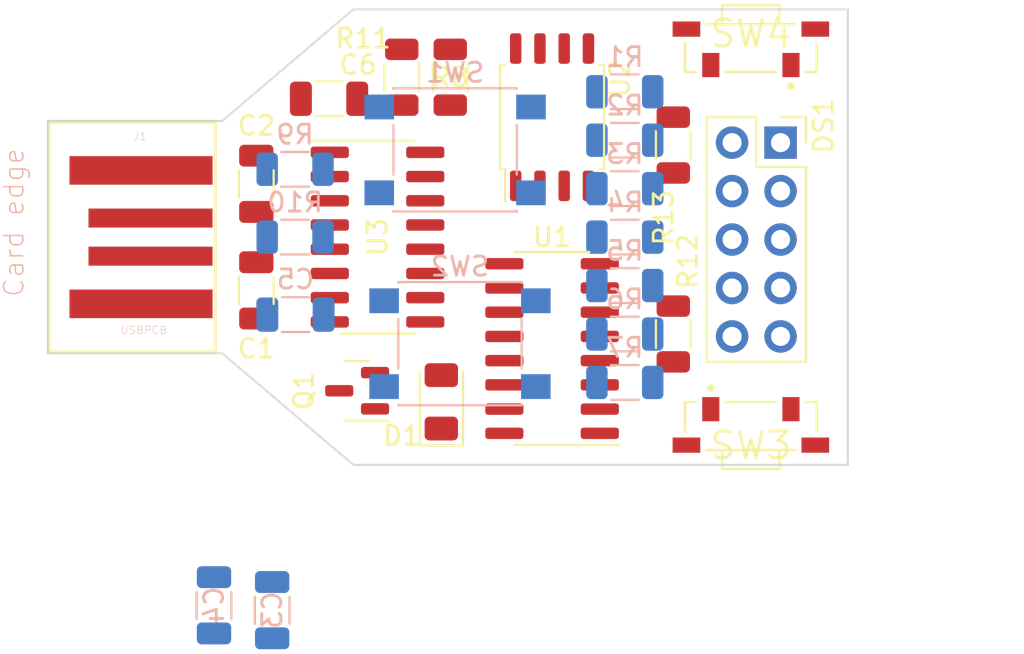
<source format=kicad_pcb>
(kicad_pcb (version 20211014) (generator pcbnew)
  (layers (0 "F.Cu" signal) (31 "B.Cu" signal) (34 "B.Paste" user) (35 "F.Paste" user) (36 "B.SilkS" user "B.Silkscreen") (37 "F.SilkS" user "F.Silkscreen") (38 "B.Mask" user) (39 "F.Mask" user) (44 "Edge.Cuts" user))
  (net 0 "")
  (net 1 "VCC")
  (net 2 "GND")
  (net 3 "VBUS")
  (net 4 "RESET")
  (net 5 "Net-(D1-Pad1)")
  (net 6 "P3.6")
  (net 7 "Net-(Q1-Pad1)")
  (net 8 "Net-(R1-Pad1)")
  (net 9 "Net-(DS1-Pad7)")
  (net 10 "Net-(R2-Pad1)")
  (net 11 "Net-(DS1-Pad9)")
  (net 12 "Net-(R3-Pad1)")
  (net 13 "Net-(DS1-Pad2)")
  (net 14 "Net-(R4-Pad1)")
  (net 15 "Net-(DS1-Pad3)")
  (net 16 "Net-(R5-Pad1)")
  (net 17 "Net-(DS1-Pad4)")
  (net 18 "Net-(R6-Pad1)")
  (net 19 "Net-(DS1-Pad1)")
  (net 20 "Net-(R7-Pad1)")
  (net 21 "Net-(DS1-Pad5)")
  (net 22 "Net-(R8-Pad1)")
  (net 23 "Net-(R9-Pad2)")
  (net 24 "Net-(R10-Pad2)")
  (net 25 "P1.4")
  (net 26 "P1.1")
  (net 27 "P3.2")
  (net 29 "P1.7")
  (net 30 "P3.3")
  (net 31 "P1.5")
  (net 32 "P1.6")
  (net 33 "P3.1")
  (net 34 "P3.0")
  (net 35 "P3.4")
  (net 36 "P3.7")
  (footprint "libraries:SW_TL3330AF130QG" (layer "F.Cu") (at 154.94 81.534 180)
    (fp_text reference "SW4" (at 0 0.762) (layer "F.SilkS") (effects (font (size 1.4 1.4))))
    (fp_text value "BUTTON_B")
    (fp_line (start 1.5 1.25) (end 2.3365 1.25) (layer "F.SilkS") (width 0.127))
    (fp_line (start -1.5 2.25) (end 1.5 2.25) (layer "F.SilkS") (width 0.127))
    (fp_line (start 1.5 2.25) (end 1.5 1.25) (layer "F.SilkS") (width 0.127))
    (fp_line (start -1.5 1.25) (end -1.5 2.25) (layer "F.SilkS") (width 0.127))
    (fp_line (start 2.8635 -1.25) (end 3.45 -1.25) (layer "F.SilkS") (width 0.127))
    (fp_line (start -2.8635 -1.25) (end -3.45 -1.25) (layer "F.SilkS") (width 0.127))
    (fp_line (start -3.45 -1.25) (end -3.45 0.2865) (layer "F.SilkS") (width 0.127))
    (fp_line (start -2.3365 1.25) (end -1.5 1.25) (layer "F.SilkS") (width 0.127))
    (fp_line (start -1.5 1.25) (end 1.5 1.25) (layer "F.SilkS") (width 0.127))
    (fp_line (start 3.45 -1.25) (end 3.45 0.2865) (layer "F.SilkS") (width 0.127))
    (fp_line (start -1.3365 -1.25) (end 1.3365 -1.25) (layer "F.SilkS") (width 0.127))
    (fp_circle (center -2.1 -2) (end -2 -2) (layer "F.SilkS") (width 0.2) (fill none))
    (pad "1" smd rect locked (at -2.1 -0.885 180) (size 0.9 1.27) (layers "F.Cu" "F.Paste" "F.Mask") (net 27 "P3.2"))
    (pad "2" smd rect locked (at 2.1 -0.885 180) (size 0.9 1.27) (layers "F.Cu" "F.Paste" "F.Mask") (net 27 "P3.2"))
    (pad "S1" smd rect locked (at -3.375 1 180) (size 1.45 0.8) (layers "F.Cu" "F.Paste" "F.Mask"))
    (pad "S2" smd rect locked (at 3.375 1 180) (size 1.45 0.8) (layers "F.Cu" "F.Paste" "F.Mask"))
  )
  (footprint "libraries:Display_2531AB" (layer "F.Cu") (at 155.48 85.852)
    (fp_text reference "DS1" (at 3.27 -0.254 270) (layer "F.SilkS"))
    (fp_text value "NET-2531AB-11")
    (fp_line (start 1.016 -0.695) (end 2.346 -0.695) (layer "F.SilkS") (width 0.12))
    (fp_line (start -2.854 -0.695) (end -2.854 12.125) (layer "F.SilkS") (width 0.12))
    (fp_line (start -2.854 -0.695) (end -0.254 -0.695) (layer "F.SilkS") (width 0.12))
    (fp_line (start -2.854 12.125) (end 2.346 12.125) (layer "F.SilkS") (width 0.12))
    (fp_line (start -0.254 -0.695) (end -0.254 1.905) (layer "F.SilkS") (width 0.12))
    (fp_line (start -0.254 1.905) (end 2.346 1.905) (layer "F.SilkS") (width 0.12))
    (fp_line (start 2.346 1.905) (end 2.346 12.125) (layer "F.SilkS") (width 0.12))
    (fp_line (start 2.346 -0.695) (end 2.346 0.635) (layer "F.SilkS") (width 0.12))
    (pad "1" thru_hole rect (at 1.016 0.635) (size 1.7 1.7) (drill 1) (layers *.Cu *.Mask) (net 19 "Net-(DS1-Pad1)"))
    (pad "2" thru_hole oval (at -1.524 0.635) (size 1.7 1.7) (drill 1) (layers *.Cu *.Mask) (net 13 "Net-(DS1-Pad2)"))
    (pad "3" thru_hole oval (at 1.016 3.175) (size 1.7 1.7) (drill 1) (layers *.Cu *.Mask) (net 15 "Net-(DS1-Pad3)"))
    (pad "4" thru_hole oval (at -1.524 3.175) (size 1.7 1.7) (drill 1) (layers *.Cu *.Mask) (net 17 "Net-(DS1-Pad4)"))
    (pad "5" thru_hole oval (at 1.016 5.715) (size 1.7 1.7) (drill 1) (layers *.Cu *.Mask) (net 21 "Net-(DS1-Pad5)"))
    (pad "6" thru_hole oval (at -1.524 5.715) (size 1.7 1.7) (drill 1) (layers *.Cu *.Mask) (net 35 "P3.4"))
    (pad "7" thru_hole oval (at 1.016 8.255) (size 1.7 1.7) (drill 1) (layers *.Cu *.Mask) (net 9 "Net-(DS1-Pad7)"))
    (pad "8" thru_hole oval (at -1.524 8.255) (size 1.7 1.7) (drill 1) (layers *.Cu *.Mask) (net 34 "P3.0"))
    (pad "9" thru_hole oval (at 1.016 10.795) (size 1.7 1.7) (drill 1) (layers *.Cu *.Mask) (net 11 "Net-(DS1-Pad9)"))
    (pad "10" thru_hole oval (at -1.524 10.795) (size 1.7 1.7) (drill 1) (layers *.Cu *.Mask) (net 33 "P3.1"))
  )
  (footprint "Capacitor_SMD:C_1206_3216Metric" (layer "F.Cu") (at 129.032 88.646 -90)
    (fp_text reference "C2" (at -3.048 0 180) (layer "F.SilkS"))
    (fp_text value "0.1uF")
    (fp_line (start -0.711252 0.91) (end 0.711252 0.91) (layer "F.SilkS") (width 0.12))
    (fp_line (start -0.711252 -0.91) (end 0.711252 -0.91) (layer "F.SilkS") (width 0.12))
    (pad "1" smd roundrect (at -1.475 0 270) (size 1.15 1.8) (layers "F.Cu" "F.Paste" "F.Mask") (roundrect_rratio 0.217391) (net 1 "VCC"))
    (pad "2" smd roundrect (at 1.475 0 270) (size 1.15 1.8) (layers "F.Cu" "F.Paste" "F.Mask") (roundrect_rratio 0.217391) (net 2 "GND"))
  )
  (footprint "Resistor_SMD:R_1206_3216Metric" (layer "F.Cu") (at 150.876 86.614 90)
    (fp_text reference "R13" (at -3.81 -0.508 270) (layer "F.SilkS"))
    (fp_text value "10K")
    (fp_line (start -0.727064 -0.91) (end 0.727064 -0.91) (layer "F.SilkS") (width 0.12))
    (fp_line (start -0.727064 0.91) (end 0.727064 0.91) (layer "F.SilkS") (width 0.12))
    (pad "1" smd roundrect (at -1.4625 0 90) (size 1.125 1.75) (layers "F.Cu" "F.Paste" "F.Mask") (roundrect_rratio 0.222222) (net 2 "GND"))
    (pad "2" smd roundrect (at 1.4625 0 90) (size 1.125 1.75) (layers "F.Cu" "F.Paste" "F.Mask") (roundrect_rratio 0.222222) (net 27 "P3.2"))
  )
  (footprint "Capacitor_SMD:C_1206_3216Metric" (layer "F.Cu") (at 132.842 84.188 180)
    (fp_text reference "C6" (at -1.524 1.778) (layer "F.SilkS"))
    (fp_text value "0.1uF")
    (fp_line (start -0.711252 0.91) (end 0.711252 0.91) (layer "F.SilkS") (width 0.12))
    (fp_line (start -0.711252 -0.91) (end 0.711252 -0.91) (layer "F.SilkS") (width 0.12))
    (pad "1" smd roundrect (at -1.475 0 180) (size 1.15 1.8) (layers "F.Cu" "F.Paste" "F.Mask") (roundrect_rratio 0.217391) (net 2 "GND"))
    (pad "2" smd roundrect (at 1.475 0 180) (size 1.15 1.8) (layers "F.Cu" "F.Paste" "F.Mask") (roundrect_rratio 0.217391) (net 1 "VCC"))
  )
  (footprint "Package_SO:SOIC-8_5.23x5.23mm_P1.27mm" (layer "F.Cu") (at 144.526 85.154 90)
    (fp_text reference "U2" (at 2.032 3.556 90) (layer "F.SilkS"))
    (fp_text value "W25Q32JVSS")
    (fp_line (start 0 2.725) (end 2.725 2.725) (layer "F.SilkS") (width 0.12))
    (fp_line (start -2.725 2.725) (end -2.725 2.465) (layer "F.SilkS") (width 0.12))
    (fp_line (start 0 -2.725) (end 2.725 -2.725) (layer "F.SilkS") (width 0.12))
    (fp_line (start 0 -2.725) (end -2.725 -2.725) (layer "F.SilkS") (width 0.12))
    (fp_line (start 0 2.725) (end -2.725 2.725) (layer "F.SilkS") (width 0.12))
    (fp_line (start -2.725 -2.725) (end -2.725 -2.465) (layer "F.SilkS") (width 0.12))
    (fp_line (start -2.725 -2.465) (end -4.4 -2.465) (layer "F.SilkS") (width 0.12))
    (fp_line (start 2.725 -2.725) (end 2.725 -2.465) (layer "F.SilkS") (width 0.12))
    (fp_line (start 2.725 2.725) (end 2.725 2.465) (layer "F.SilkS") (width 0.12))
    (pad "1" smd roundrect (at -3.6 -1.905 90) (size 1.6 0.6) (layers "F.Cu" "F.Paste" "F.Mask") (net 25 "P1.4"))
    (pad "2" smd roundrect (at -3.6 -0.635 90) (size 1.6 0.6) (layers "F.Cu" "F.Paste" "F.Mask") (net 32 "P1.6"))
    (pad "3" smd roundrect (at -3.6 0.635 90) (size 1.6 0.6) (layers "F.Cu" "F.Paste" "F.Mask") (net 1 "VCC"))
    (pad "4" smd roundrect (at -3.6 1.905 90) (size 1.6 0.6) (layers "F.Cu" "F.Paste" "F.Mask") (net 2 "GND"))
    (pad "5" smd roundrect (at 3.6 1.905 90) (size 1.6 0.6) (layers "F.Cu" "F.Paste" "F.Mask") (net 31 "P1.5"))
    (pad "6" smd roundrect (at 3.6 0.635 90) (size 1.6 0.6) (layers "F.Cu" "F.Paste" "F.Mask") (net 29 "P1.7"))
    (pad "7" smd roundrect (at 3.6 -0.635 90) (size 1.6 0.6) (layers "F.Cu" "F.Paste" "F.Mask") (net 1 "VCC"))
    (pad "8" smd roundrect (at 3.6 -1.905 90) (size 1.6 0.6) (layers "F.Cu" "F.Paste" "F.Mask") (net 1 "VCC"))
  )
  (footprint "Resistor_SMD:R_1206_3216Metric" (layer "F.Cu") (at 139.192 83.058 -90)
    (fp_text reference "R8" (at 0 0 180) (layer "F.SilkS"))
    (fp_text value "1K")
    (fp_line (start -0.727064 0.91) (end 0.727064 0.91) (layer "F.SilkS") (width 0.12))
    (fp_line (start -0.727064 -0.91) (end 0.727064 -0.91) (layer "F.SilkS") (width 0.12))
    (pad "1" smd roundrect (at -1.4625 0 270) (size 1.125 1.75) (layers "F.Cu" "F.Paste" "F.Mask") (roundrect_rratio 0.222222) (net 22 "Net-(R8-Pad1)"))
    (pad "2" smd roundrect (at 1.4625 0 270) (size 1.125 1.75) (layers "F.Cu" "F.Paste" "F.Mask") (roundrect_rratio 0.222222) (net 7 "Net-(Q1-Pad1)"))
  )
  (footprint "libraries:USB-A-PCB" (layer "F.Cu") (at 123.19 91.44)
    (fp_text reference "J1" (at -0.254 -5.2832) (layer "B.SilkS") (effects (font (size 0.4064 0.4064) (thickness 0.0254))))
    (fp_text value "USBPCB" (at -0.0508 4.8768) (layer "B.SilkS") (effects (font (size 0.4064 0.4064) (thickness 0.0254))))
    (fp_text user "Card edge" (at -6.858 -0.762 90) (layer "B.SilkS") (effects (font (size 1.016 1.016) (thickness 0.0762))))
    (fp_line (start -4.99872 -5.99948) (end 3.69824 -5.99948) (layer "F.SilkS") (width 0.127))
    (fp_line (start -4.99872 5.99948) (end -4.99872 -5.99948) (layer "F.SilkS") (width 0.127))
    (fp_line (start 3.69824 5.99948) (end -4.99872 5.99948) (layer "F.SilkS") (width 0.127))
    (fp_line (start 3.69824 -5.99948) (end 3.69824 5.99948) (layer "F.SilkS") (width 0.127))
    (pad "5V" smd rect (at -0.19812 3.49758) (size 7.49808 1.4986) (layers "F.Cu" "F.Paste" "F.Mask") (net 3 "VBUS"))
    (pad "GND" smd rect (at -0.19812 -3.49758) (size 7.49808 1.4986) (layers "F.Cu" "F.Paste" "F.Mask") (net 2 "GND"))
    (pad "USB_DC" smd rect (at 0.29972 0.99822) (size 6.49986 0.99822) (layers "F.Cu" "F.Paste" "F.Mask") (net 36 "P3.7"))
    (pad "USB_DP" smd rect (at 0.29972 -0.99822) (size 6.49986 0.99822) (layers "F.Cu" "F.Paste" "F.Mask") (net 6 "P3.6"))
  )
  (footprint "Capacitor_SMD:C_1206_3216Metric" (layer "F.Cu") (at 129.032 94.234 -90)
    (fp_text reference "C1" (at 3.048 0) (layer "F.SilkS"))
    (fp_text value "0.1uF")
    (fp_line (start -0.711252 -0.91) (end 0.711252 -0.91) (layer "F.SilkS") (width 0.12))
    (fp_line (start -0.711252 0.91) (end 0.711252 0.91) (layer "F.SilkS") (width 0.12))
    (pad "1" smd roundrect (at -1.475 0 270) (size 1.15 1.8) (layers "F.Cu" "F.Paste" "F.Mask") (roundrect_rratio 0.217391) (net 1 "VCC"))
    (pad "2" smd roundrect (at 1.475 0 270) (size 1.15 1.8) (layers "F.Cu" "F.Paste" "F.Mask") (roundrect_rratio 0.217391) (net 2 "GND"))
  )
  (footprint "Resistor_SMD:R_1206_3216Metric" (layer "F.Cu") (at 150.876 96.52 -90)
    (fp_text reference "R12" (at -3.81 -0.762 -90) (layer "F.SilkS"))
    (fp_text value "10K")
    (fp_line (start -0.727064 0.91) (end 0.727064 0.91) (layer "F.SilkS") (width 0.12))
    (fp_line (start -0.727064 -0.91) (end 0.727064 -0.91) (layer "F.SilkS") (width 0.12))
    (pad "1" smd roundrect (at -1.4625 0 270) (size 1.125 1.75) (layers "F.Cu" "F.Paste" "F.Mask") (roundrect_rratio 0.222222) (net 2 "GND"))
    (pad "2" smd roundrect (at 1.4625 0 270) (size 1.125 1.75) (layers "F.Cu" "F.Paste" "F.Mask") (roundrect_rratio 0.222222) (net 26 "P1.1"))
  )
  (footprint "libraries:SW_TL3330AF130QG" (layer "F.Cu") (at 154.94 101.346)
    (fp_text reference "SW3" (at 0 1.016) (layer "F.SilkS") (effects (font (size 1.4 1.4))))
    (fp_text value "BUTTON_A")
    (fp_line (start -3.45 -1.25) (end -3.45 0.2865) (layer "F.SilkS") (width 0.127))
    (fp_line (start 1.5 2.25) (end 1.5 1.25) (layer "F.SilkS") (width 0.127))
    (fp_line (start -1.5 2.25) (end 1.5 2.25) (layer "F.SilkS") (width 0.127))
    (fp_line (start 1.5 1.25) (end 2.3365 1.25) (layer "F.SilkS") (width 0.127))
    (fp_line (start -1.3365 -1.25) (end 1.3365 -1.25) (layer "F.SilkS") (width 0.127))
    (fp_line (start -2.8635 -1.25) (end -3.45 -1.25) (layer "F.SilkS") (width 0.127))
    (fp_line (start 2.8635 -1.25) (end 3.45 -1.25) (layer "F.SilkS") (width 0.127))
    (fp_line (start -1.5 1.25) (end 1.5 1.25) (layer "F.SilkS") (width 0.127))
    (fp_line (start -2.3365 1.25) (end -1.5 1.25) (layer "F.SilkS") (width 0.127))
    (fp_line (start 3.45 -1.25) (end 3.45 0.2865) (layer "F.SilkS") (width 0.127))
    (fp_line (start -1.5 1.25) (end -1.5 2.25) (layer "F.SilkS") (width 0.127))
    (fp_circle (center -2.1 -2) (end -2 -2) (layer "F.SilkS") (width 0.2) (fill none))
    (pad "1" smd rect locked (at -2.1 -0.885) (size 0.9 1.27) (layers "F.Cu" "F.Paste" "F.Mask") (net 26 "P1.1"))
    (pad "2" smd rect locked (at 2.1 -0.885) (size 0.9 1.27) (layers "F.Cu" "F.Paste" "F.Mask") (net 26 "P1.1"))
    (pad "S1" smd rect locked (at -3.375 1) (size 1.45 0.8) (layers "F.Cu" "F.Paste" "F.Mask"))
    (pad "S2" smd rect locked (at 3.375 1) (size 1.45 0.8) (layers "F.Cu" "F.Paste" "F.Mask"))
  )
  (footprint "Package_SO:SOP-16_3.9x9.9mm_P1.27mm" (layer "F.Cu") (at 135.382 91.44)
    (fp_text reference "U3" (at 0 0 270) (layer "F.SilkS"))
    (fp_text value "CH552G")
    (fp_line (start 0 5.06) (end -1.95 5.06) (layer "F.SilkS") (width 0.12))
    (fp_line (start 0 -5.06) (end -3.5 -5.06) (layer "F.SilkS") (width 0.12))
    (fp_line (start 0 -5.06) (end 1.95 -5.06) (layer "F.SilkS") (width 0.12))
    (fp_line (start 0 5.06) (end 1.95 5.06) (layer "F.SilkS") (width 0.12))
    (pad "1" smd roundrect (at -2.5 -4.445) (size 2 0.6) (layers "F.Cu" "F.Paste" "F.Mask") (net 27 "P3.2"))
    (pad "2" smd roundrect (at -2.5 -3.175) (size 2 0.6) (layers "F.Cu" "F.Paste" "F.Mask") (net 25 "P1.4"))
    (pad "3" smd roundrect (at -2.5 -1.905) (size 2 0.6) (layers "F.Cu" "F.Paste" "F.Mask") (net 31 "P1.5"))
    (pad "4" smd roundrect (at -2.5 -0.635) (size 2 0.6) (layers "F.Cu" "F.Paste" "F.Mask") (net 32 "P1.6"))
    (pad "5" smd roundrect (at -2.5 0.635) (size 2 0.6) (layers "F.Cu" "F.Paste" "F.Mask") (net 29 "P1.7"))
    (pad "6" smd roundrect (at -2.5 1.905) (size 2 0.6) (layers "F.Cu" "F.Paste" "F.Mask") (net 4 "RESET"))
    (pad "7" smd roundrect (at -2.5 3.175) (size 2 0.6) (layers "F.Cu" "F.Paste" "F.Mask") (net 33 "P3.1"))
    (pad "8" smd roundrect (at -2.5 4.445) (size 2 0.6) (layers "F.Cu" "F.Paste" "F.Mask") (net 34 "P3.0"))
    (pad "9" smd roundrect (at 2.5 4.445) (size 2 0.6) (layers "F.Cu" "F.Paste" "F.Mask") (net 26 "P1.1"))
    (pad "10" smd roundrect (at 2.5 3.175) (size 2 0.6) (layers "F.Cu" "F.Paste" "F.Mask") (net 30 "P3.3"))
    (pad "11" smd roundrect (at 2.5 1.905) (size 2 0.6) (layers "F.Cu" "F.Paste" "F.Mask") (net 35 "P3.4"))
    (pad "12" smd roundrect (at 2.5 0.635) (size 2 0.6) (layers "F.Cu" "F.Paste" "F.Mask") (net 6 "P3.6"))
    (pad "13" smd roundrect (at 2.5 -0.635) (size 2 0.6) (layers "F.Cu" "F.Paste" "F.Mask") (net 36 "P3.7"))
    (pad "14" smd roundrect (at 2.5 -1.905) (size 2 0.6) (layers "F.Cu" "F.Paste" "F.Mask") (net 2 "GND"))
    (pad "15" smd roundrect (at 2.5 -3.175) (size 2 0.6) (layers "F.Cu" "F.Paste" "F.Mask") (net 3 "VBUS"))
    (pad "16" smd roundrect (at 2.5 -4.445) (size 2 0.6) (layers "F.Cu" "F.Paste" "F.Mask") (net 1 "VCC"))
  )
  (footprint "Resistor_SMD:R_1206_3216Metric" (layer "F.Cu") (at 136.652 83.058 90)
    (fp_text reference "R11" (at 2.032 -2.032 180) (layer "F.SilkS"))
    (fp_text value "4.7K")
    (fp_line (start -0.727064 -0.91) (end 0.727064 -0.91) (layer "F.SilkS") (width 0.12))
    (fp_line (start -0.727064 0.91) (end 0.727064 0.91) (layer "F.SilkS") (width 0.12))
    (pad "1" smd roundrect (at -1.4625 0 90) (size 1.125 1.75) (layers "F.Cu" "F.Paste" "F.Mask") (roundrect_rratio 0.222222) (net 1 "VCC"))
    (pad "2" smd roundrect (at 1.4625 0 90) (size 1.125 1.75) (layers "F.Cu" "F.Paste" "F.Mask") (roundrect_rratio 0.222222) (net 25 "P1.4"))
  )
  (footprint "Package_SO:SOP-16_3.9x9.9mm_P1.27mm" (layer "F.Cu") (at 144.526 97.282 180)
    (fp_text reference "U1" (at 0 5.842) (layer "F.SilkS"))
    (fp_text value "74HC595")
    (fp_line (start 0 -5.06) (end 1.95 -5.06) (layer "F.SilkS") (width 0.12))
    (fp_line (start 0 5.06) (end 1.95 5.06) (layer "F.SilkS") (width 0.12))
    (fp_line (start 0 5.06) (end -1.95 5.06) (layer "F.SilkS") (width 0.12))
    (fp_line (start 0 -5.06) (end -3.5 -5.06) (layer "F.SilkS") (width 0.12))
    (pad "1" smd roundrect (at -2.5 -4.445 180) (size 2 0.6) (layers "F.Cu" "F.Paste" "F.Mask") (net 10 "Net-(R2-Pad1)"))
    (pad "2" smd roundrect (at -2.5 -3.175 180) (size 2 0.6) (layers "F.Cu" "F.Paste" "F.Mask") (net 12 "Net-(R3-Pad1)"))
    (pad "3" smd roundrect (at -2.5 -1.905 180) (size 2 0.6) (layers "F.Cu" "F.Paste" "F.Mask") (net 14 "Net-(R4-Pad1)"))
    (pad "4" smd roundrect (at -2.5 -0.635 180) (size 2 0.6) (layers "F.Cu" "F.Paste" "F.Mask") (net 16 "Net-(R5-Pad1)"))
    (pad "5" smd roundrect (at -2.5 0.635 180) (size 2 0.6) (layers "F.Cu" "F.Paste" "F.Mask") (net 18 "Net-(R6-Pad1)"))
    (pad "6" smd roundrect (at -2.5 1.905 180) (size 2 0.6) (layers "F.Cu" "F.Paste" "F.Mask") (net 20 "Net-(R7-Pad1)"))
    (pad "7" smd roundrect (at -2.5 3.175 180) (size 2 0.6) (layers "F.Cu" "F.Paste" "F.Mask") (net 22 "Net-(R8-Pad1)"))
    (pad "8" smd roundrect (at -2.5 4.445 180) (size 2 0.6) (layers "F.Cu" "F.Paste" "F.Mask") (net 2 "GND"))
    (pad "9" smd roundrect (at 2.5 4.445 180) (size 2 0.6) (layers "F.Cu" "F.Paste" "F.Mask"))
    (pad "10" smd roundrect (at 2.5 3.175 180) (size 2 0.6) (layers "F.Cu" "F.Paste" "F.Mask") (net 1 "VCC"))
    (pad "11" smd roundrect (at 2.5 1.905 180) (size 2 0.6) (layers "F.Cu" "F.Paste" "F.Mask") (net 29 "P1.7"))
    (pad "12" smd roundrect (at 2.5 0.635 180) (size 2 0.6) (layers "F.Cu" "F.Paste" "F.Mask") (net 30 "P3.3"))
    (pad "13" smd roundrect (at 2.5 -0.635 180) (size 2 0.6) (layers "F.Cu" "F.Paste" "F.Mask") (net 2 "GND"))
    (pad "14" smd roundrect (at 2.5 -1.905 180) (size 2 0.6) (layers "F.Cu" "F.Paste" "F.Mask") (net 31 "P1.5"))
    (pad "15" smd roundrect (at 2.5 -3.175 180) (size 2 0.6) (layers "F.Cu" "F.Paste" "F.Mask") (net 8 "Net-(R1-Pad1)"))
    (pad "16" smd roundrect (at 2.5 -4.445 180) (size 2 0.6) (layers "F.Cu" "F.Paste" "F.Mask") (net 1 "VCC"))
  )
  (footprint "LED_SMD:LED_1206_3216Metric" (layer "F.Cu") (at 138.724 100.076 90)
    (fp_text reference "D1" (at -1.778 -2.072) (layer "F.SilkS"))
    (fp_text value "LED")
    (fp_line (start -2.285 1.135) (end 1.6 1.135) (layer "F.SilkS") (width 0.12))
    (fp_line (start -2.285 -1.135) (end -2.285 1.135) (layer "F.SilkS") (width 0.12))
    (fp_line (start 1.6 -1.135) (end -2.285 -1.135) (layer "F.SilkS") (width 0.12))
    (pad "1" smd roundrect (at -1.4 0 90) (size 1.25 1.75) (layers "F.Cu" "F.Paste" "F.Mask") (roundrect_rratio 0.2) (net 5 "Net-(D1-Pad1)"))
    (pad "2" smd roundrect (at 1.4 0 90) (size 1.25 1.75) (layers "F.Cu" "F.Paste" "F.Mask") (roundrect_rratio 0.2) (net 1 "VCC"))
  )
  (footprint "Package_TO_SOT_SMD:SOT-23" (layer "F.Cu") (at 134.314 99.496 180)
    (fp_text reference "Q1" (at 2.794 0 90) (layer "F.SilkS"))
    (fp_text value "BC847")
    (fp_line (start 0 -1.56) (end 0.65 -1.56) (layer "F.SilkS") (width 0.12))
    (fp_line (start 0 -1.56) (end -1.675 -1.56) (layer "F.SilkS") (width 0.12))
    (fp_line (start 0 1.56) (end 0.65 1.56) (layer "F.SilkS") (width 0.12))
    (fp_line (start 0 1.56) (end -0.65 1.56) (layer "F.SilkS") (width 0.12))
    (pad "1" smd roundrect (at -0.9375 -0.95 180) (size 1.475 0.6) (layers "F.Cu" "F.Paste" "F.Mask") (net 7 "Net-(Q1-Pad1)"))
    (pad "2" smd roundrect (at -0.9375 0.95 180) (size 1.475 0.6) (layers "F.Cu" "F.Paste" "F.Mask") (net 2 "GND"))
    (pad "3" smd roundrect (at 0.9375 0 180) (size 1.475 0.6) (layers "F.Cu" "F.Paste" "F.Mask") (net 5 "Net-(D1-Pad1)"))
  )
  (footprint "Resistor_SMD:R_1206_3216Metric" (layer "B.Cu") (at 131.064 87.884 180)
    (fp_text reference "R9" (at 0 1.82) (layer "B.SilkS") (effects (justify mirror)))
    (fp_text value "10K")
    (fp_line (start -0.727064 0.91) (end 0.727064 0.91) (layer "B.SilkS") (width 0.12))
    (fp_line (start -0.727064 -0.91) (end 0.727064 -0.91) (layer "B.SilkS") (width 0.12))
    (pad "1" smd roundrect (at -1.4625 0 180) (size 1.125 1.75) (layers "B.Cu" "B.Paste" "B.Mask") (roundrect_rratio 0.222222) (net 6 "P3.6"))
    (pad "2" smd roundrect (at 1.4625 0 180) (size 1.125 1.75) (layers "B.Cu" "B.Paste" "B.Mask") (roundrect_rratio 0.222222) (net 23 "Net-(R9-Pad2)"))
  )
  (footprint "Capacitor_SMD:C_1206_3216Metric" (layer "B.Cu") (at 131.084 95.504 180)
    (fp_text reference "C5" (at 0 1.85) (layer "B.SilkS") (effects (justify mirror)))
    (fp_text value "0.1uF")
    (fp_line (start -0.711252 -0.91) (end 0.711252 -0.91) (layer "B.SilkS") (width 0.12))
    (fp_line (start -0.711252 0.91) (end 0.711252 0.91) (layer "B.SilkS") (width 0.12))
    (pad "1" smd roundrect (at -1.475 0 180) (size 1.15 1.8) (layers "B.Cu" "B.Paste" "B.Mask") (roundrect_rratio 0.217391) (net 4 "RESET"))
    (pad "2" smd roundrect (at 1.475 0 180) (size 1.15 1.8) (layers "B.Cu" "B.Paste" "B.Mask") (roundrect_rratio 0.217391) (net 2 "GND"))
  )
  (footprint "Resistor_SMD:R_1206_3216Metric" (layer "B.Cu") (at 148.336 93.98 180)
    (fp_text reference "R5" (at 0 1.82) (layer "B.SilkS") (effects (justify mirror)))
    (fp_text value "1K")
    (fp_line (start -0.727064 -0.91) (end 0.727064 -0.91) (layer "B.SilkS") (width 0.12))
    (fp_line (start -0.727064 0.91) (end 0.727064 0.91) (layer "B.SilkS") (width 0.12))
    (pad "1" smd roundrect (at -1.4625 0 180) (size 1.125 1.75) (layers "B.Cu" "B.Paste" "B.Mask") (roundrect_rratio 0.222222) (net 16 "Net-(R5-Pad1)"))
    (pad "2" smd roundrect (at 1.4625 0 180) (size 1.125 1.75) (layers "B.Cu" "B.Paste" "B.Mask") (roundrect_rratio 0.222222) (net 17 "Net-(DS1-Pad4)"))
  )
  (footprint "Resistor_SMD:R_1206_3216Metric" (layer "B.Cu") (at 148.336 91.44 180)
    (fp_text reference "R4" (at 0 1.82) (layer "B.SilkS") (effects (justify mirror)))
    (fp_text value "1K")
    (fp_line (start -0.727064 0.91) (end 0.727064 0.91) (layer "B.SilkS") (width 0.12))
    (fp_line (start -0.727064 -0.91) (end 0.727064 -0.91) (layer "B.SilkS") (width 0.12))
    (pad "1" smd roundrect (at -1.4625 0 180) (size 1.125 1.75) (layers "B.Cu" "B.Paste" "B.Mask") (roundrect_rratio 0.222222) (net 14 "Net-(R4-Pad1)"))
    (pad "2" smd roundrect (at 1.4625 0 180) (size 1.125 1.75) (layers "B.Cu" "B.Paste" "B.Mask") (roundrect_rratio 0.222222) (net 15 "Net-(DS1-Pad3)"))
  )
  (footprint "Resistor_SMD:R_1206_3216Metric" (layer "B.Cu") (at 148.336 96.52 180)
    (fp_text reference "R6" (at 0 1.82) (layer "B.SilkS") (effects (justify mirror)))
    (fp_text value "1K")
    (fp_line (start -0.727064 -0.91) (end 0.727064 -0.91) (layer "B.SilkS") (width 0.12))
    (fp_line (start -0.727064 0.91) (end 0.727064 0.91) (layer "B.SilkS") (width 0.12))
    (pad "1" smd roundrect (at -1.4625 0 180) (size 1.125 1.75) (layers "B.Cu" "B.Paste" "B.Mask") (roundrect_rratio 0.222222) (net 18 "Net-(R6-Pad1)"))
    (pad "2" smd roundrect (at 1.4625 0 180) (size 1.125 1.75) (layers "B.Cu" "B.Paste" "B.Mask") (roundrect_rratio 0.222222) (net 19 "Net-(DS1-Pad1)"))
  )
  (footprint "Resistor_SMD:R_1206_3216Metric" (layer "B.Cu") (at 148.336 83.82 180)
    (fp_text reference "R1" (at 0 1.82) (layer "B.SilkS") (effects (justify mirror)))
    (fp_text value "1K")
    (fp_line (start -0.727064 0.91) (end 0.727064 0.91) (layer "B.SilkS") (width 0.12))
    (fp_line (start -0.727064 -0.91) (end 0.727064 -0.91) (layer "B.SilkS") (width 0.12))
    (pad "1" smd roundrect (at -1.4625 0 180) (size 1.125 1.75) (layers "B.Cu" "B.Paste" "B.Mask") (roundrect_rratio 0.222222) (net 8 "Net-(R1-Pad1)"))
    (pad "2" smd roundrect (at 1.4625 0 180) (size 1.125 1.75) (layers "B.Cu" "B.Paste" "B.Mask") (roundrect_rratio 0.222222) (net 9 "Net-(DS1-Pad7)"))
  )
  (footprint "Capacitor_SMD:C_1206_3216Metric" (layer "B.Cu") (at 126.8145 110.744 90)
    (fp_text reference "C4" (at 0 0 90) (layer "B.SilkS") (effects (justify mirror)))
    (fp_text value "4.7uF")
    (fp_line (start -0.711252 -0.91) (end 0.711252 -0.91) (layer "B.SilkS") (width 0.12))
    (fp_line (start -0.711252 0.91) (end 0.711252 0.91) (layer "B.SilkS") (width 0.12))
    (pad "1" smd roundrect (at -1.475 0 90) (size 1.15 1.8) (layers "B.Cu" "B.Paste" "B.Mask") (roundrect_rratio 0.217391) (net 3 "VBUS"))
    (pad "2" smd roundrect (at 1.475 0 90) (size 1.15 1.8) (layers "B.Cu" "B.Paste" "B.Mask") (roundrect_rratio 0.217391) (net 2 "GND"))
  )
  (footprint "Resistor_SMD:R_1206_3216Metric" (layer "B.Cu") (at 148.336 99.06 180)
    (fp_text reference "R7" (at 0 1.82) (layer "B.SilkS") (effects (justify mirror)))
    (fp_text value "1K")
    (fp_line (start -0.727064 0.91) (end 0.727064 0.91) (layer "B.SilkS") (width 0.12))
    (fp_line (start -0.727064 -0.91) (end 0.727064 -0.91) (layer "B.SilkS") (width 0.12))
    (pad "1" smd roundrect (at -1.4625 0 180) (size 1.125 1.75) (layers "B.Cu" "B.Paste" "B.Mask") (roundrect_rratio 0.222222) (net 20 "Net-(R7-Pad1)"))
    (pad "2" smd roundrect (at 1.4625 0 180) (size 1.125 1.75) (layers "B.Cu" "B.Paste" "B.Mask") (roundrect_rratio 0.222222) (net 21 "Net-(DS1-Pad5)"))
  )
  (footprint "Button_Switch_SMD:SW_Push_1P1T_NO_6x6mm_H9.5mm" (layer "B.Cu") (at 139.446 86.868 180)
    (fp_text reference "SW1" (at 0 4.05) (layer "B.SilkS") (effects (justify mirror)))
    (fp_text value "FLASH")
    (fp_line (start -3.23 1.3) (end -3.23 -1.3) (layer "B.SilkS") (width 0.12))
    (fp_line (start -3.23 -3.23) (end 3.23 -3.23) (layer "B.SilkS") (width 0.12))
    (fp_line (start -3.23 3.23) (end 3.23 3.23) (layer "B.SilkS") (width 0.12))
    (fp_line (start -3.23 3.2) (end -3.23 3.23) (layer "B.SilkS") (width 0.12))
    (fp_line (start 3.23 3.23) (end 3.23 3.2) (layer "B.SilkS") (width 0.12))
    (fp_line (start 3.23 -3.23) (end 3.23 -3.2) (layer "B.SilkS") (width 0.12))
    (fp_line (start 3.23 1.3) (end 3.23 -1.3) (layer "B.SilkS") (width 0.12))
    (fp_line (start -3.23 -3.23) (end -3.23 -3.2) (layer "B.SilkS") (width 0.12))
    (pad "1" smd rect (at 3.975 2.25 180) (size 1.55 1.3) (layers "B.Cu" "B.Paste" "B.Mask") (net 23 "Net-(R9-Pad2)"))
    (pad "1" smd rect (at -3.975 2.25 180) (size 1.55 1.3) (layers "B.Cu" "B.Paste" "B.Mask") (net 23 "Net-(R9-Pad2)"))
    (pad "2" smd rect (at 3.975 -2.25 180) (size 1.55 1.3) (layers "B.Cu" "B.Paste" "B.Mask") (net 23 "Net-(R9-Pad2)"))
    (pad "2" smd rect (at -3.975 -2.25 180) (size 1.55 1.3) (layers "B.Cu" "B.Paste" "B.Mask") (net 23 "Net-(R9-Pad2)"))
  )
  (footprint "Capacitor_SMD:C_1206_3216Metric" (layer "B.Cu") (at 129.8625 110.998 90)
    (fp_text reference "C3" (at 0 0 90) (layer "B.SilkS") (effects (justify mirror)))
    (fp_text value "0.1uF")
    (fp_line (start -0.711252 -0.91) (end 0.711252 -0.91) (layer "B.SilkS") (width 0.12))
    (fp_line (start -0.711252 0.91) (end 0.711252 0.91) (layer "B.SilkS") (width 0.12))
    (pad "1" smd roundrect (at -1.475 0 90) (size 1.15 1.8) (layers "B.Cu" "B.Paste" "B.Mask") (roundrect_rratio 0.217391) (net 3 "VBUS"))
    (pad "2" smd roundrect (at 1.475 0 90) (size 1.15 1.8) (layers "B.Cu" "B.Paste" "B.Mask") (roundrect_rratio 0.217391) (net 2 "GND"))
  )
  (footprint "Resistor_SMD:R_1206_3216Metric" (layer "B.Cu") (at 148.336 88.9 180)
    (fp_text reference "R3" (at 0 1.82) (layer "B.SilkS") (effects (justify mirror)))
    (fp_text value "1K")
    (fp_line (start -0.727064 -0.91) (end 0.727064 -0.91) (layer "B.SilkS") (width 0.12))
    (fp_line (start -0.727064 0.91) (end 0.727064 0.91) (layer "B.SilkS") (width 0.12))
    (pad "1" smd roundrect (at -1.4625 0 180) (size 1.125 1.75) (layers "B.Cu" "B.Paste" "B.Mask") (roundrect_rratio 0.222222) (net 12 "Net-(R3-Pad1)"))
    (pad "2" smd roundrect (at 1.4625 0 180) (size 1.125 1.75) (layers "B.Cu" "B.Paste" "B.Mask") (roundrect_rratio 0.222222) (net 13 "Net-(DS1-Pad2)"))
  )
  (footprint "Resistor_SMD:R_1206_3216Metric" (layer "B.Cu") (at 148.336 86.36 180)
    (fp_text reference "R2" (at 0 1.82) (layer "B.SilkS") (effects (justify mirror)))
    (fp_text value "1K")
    (fp_line (start -0.727064 0.91) (end 0.727064 0.91) (layer "B.SilkS") (width 0.12))
    (fp_line (start -0.727064 -0.91) (end 0.727064 -0.91) (layer "B.SilkS") (width 0.12))
    (pad "1" smd roundrect (at -1.4625 0 180) (size 1.125 1.75) (layers "B.Cu" "B.Paste" "B.Mask") (roundrect_rratio 0.222222) (net 10 "Net-(R2-Pad1)"))
    (pad "2" smd roundrect (at 1.4625 0 180) (size 1.125 1.75) (layers "B.Cu" "B.Paste" "B.Mask") (roundrect_rratio 0.222222) (net 11 "Net-(DS1-Pad9)"))
  )
  (footprint "Button_Switch_SMD:SW_Push_1P1T_NO_6x6mm_H9.5mm" (layer "B.Cu") (at 139.7 97.028 180)
    (fp_text reference "SW2" (at 0 4.05) (layer "B.SilkS") (effects (justify mirror)))
    (fp_text value "RESET")
    (fp_line (start 3.23 3.23) (end 3.23 3.2) (layer "B.SilkS") (width 0.12))
    (fp_line (start -3.23 3.2) (end -3.23 3.23) (layer "B.SilkS") (width 0.12))
    (fp_line (start -3.23 1.3) (end -3.23 -1.3) (layer "B.SilkS") (width 0.12))
    (fp_line (start -3.23 3.23) (end 3.23 3.23) (layer "B.SilkS") (width 0.12))
    (fp_line (start -3.23 -3.23) (end -3.23 -3.2) (layer "B.SilkS") (width 0.12))
    (fp_line (start -3.23 -3.23) (end 3.23 -3.23) (layer "B.SilkS") (width 0.12))
    (fp_line (start 3.23 1.3) (end 3.23 -1.3) (layer "B.SilkS") (width 0.12))
    (fp_line (start 3.23 -3.23) (end 3.23 -3.2) (layer "B.SilkS") (width 0.12))
    (pad "1" smd rect (at 3.975 2.25 180) (size 1.55 1.3) (layers "B.Cu" "B.Paste" "B.Mask") (net 24 "Net-(R10-Pad2)"))
    (pad "1" smd rect (at -3.975 2.25 180) (size 1.55 1.3) (layers "B.Cu" "B.Paste" "B.Mask") (net 24 "Net-(R10-Pad2)"))
    (pad "2" smd rect (at 3.975 -2.25 180) (size 1.55 1.3) (layers "B.Cu" "B.Paste" "B.Mask") (net 24 "Net-(R10-Pad2)"))
    (pad "2" smd rect (at -3.975 -2.25 180) (size 1.55 1.3) (layers "B.Cu" "B.Paste" "B.Mask") (net 24 "Net-(R10-Pad2)"))
  )
  (footprint "Resistor_SMD:R_1206_3216Metric" (layer "B.Cu") (at 131.064 91.44 180)
    (fp_text reference "R10" (at 0 1.82) (layer "B.SilkS") (effects (justify mirror)))
    (fp_text value "330R")
    (fp_line (start -0.727064 0.91) (end 0.727064 0.91) (layer "B.SilkS") (width 0.12))
    (fp_line (start -0.727064 -0.91) (end 0.727064 -0.91) (layer "B.SilkS") (width 0.12))
    (pad "1" smd roundrect (at -1.4625 0 180) (size 1.125 1.75) (layers "B.Cu" "B.Paste" "B.Mask") (roundrect_rratio 0.222222) (net 4 "RESET"))
    (pad "2" smd roundrect (at 1.4625 0 180) (size 1.125 1.75) (layers "B.Cu" "B.Paste" "B.Mask") (roundrect_rratio 0.222222) (net 24 "Net-(R10-Pad2)"))
  )
  (gr_line (start 160.02 103.378) (end 134.112 103.378) (layer "Edge.Cuts") (width 0.1))
  (gr_line (start 118.11 97.536) (end 118.11 85.344) (layer "Edge.Cuts") (width 0.1))
  (gr_line (start 127.254 85.344) (end 134.112 79.502) (layer "Edge.Cuts") (width 0.1))
  (gr_line (start 160.02 79.502) (end 160.02 103.378) (layer "Edge.Cuts") (width 0.1))
  (gr_line (start 127.254 97.536) (end 118.11 97.536) (layer "Edge.Cuts") (width 0.1))
  (gr_line (start 118.11 85.344) (end 127.254 85.344) (layer "Edge.Cuts") (width 0.1))
  (gr_line (start 134.112 103.378) (end 127.254 97.536) (layer "Edge.Cuts") (width 0.1))
  (gr_line (start 134.112 79.502) (end 160.02 79.502) (layer "Edge.Cuts") (width 0.1))
)
</source>
